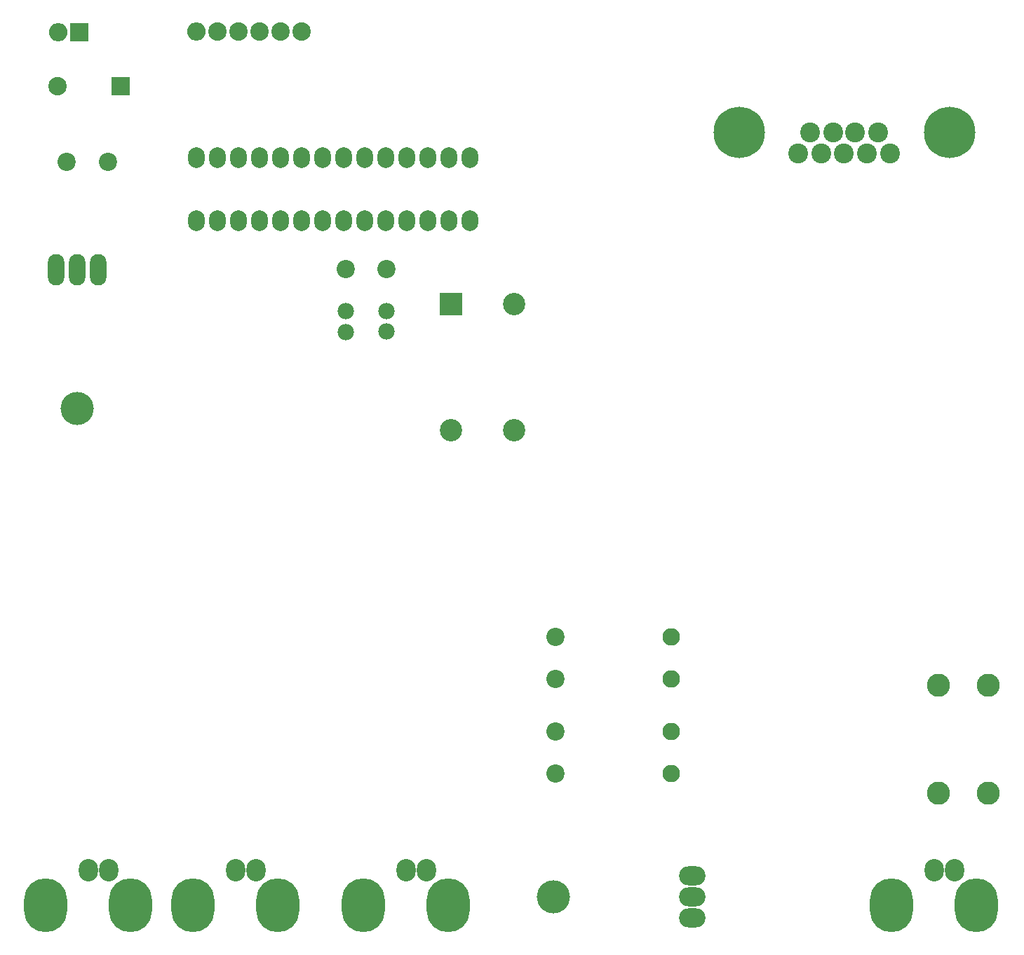
<source format=gbs>
G04 #@! TF.FileFunction,Soldermask,Bot*
%FSLAX46Y46*%
G04 Gerber Fmt 4.6, Leading zero omitted, Abs format (unit mm)*
G04 Created by KiCad (PCBNEW 4.0.2-stable) date 2021 June 23, Wednesday 03:44:45*
%MOMM*%
G01*
G04 APERTURE LIST*
%ADD10C,0.100000*%
%ADD11O,5.200000X6.500000*%
%ADD12O,2.300000X2.700000*%
%ADD13C,6.200000*%
%ADD14C,2.400000*%
%ADD15O,2.232000X2.232000*%
%ADD16C,2.232000*%
%ADD17R,2.232000X2.232000*%
%ADD18O,3.200000X2.300000*%
%ADD19C,3.999840*%
%ADD20C,2.200000*%
%ADD21C,2.105000*%
%ADD22R,2.699360X2.699360*%
%ADD23C,2.699360*%
%ADD24C,2.800000*%
%ADD25O,2.000000X3.800000*%
%ADD26C,1.978000*%
%ADD27O,2.000000X2.500000*%
G04 APERTURE END LIST*
D10*
D11*
X58183780Y-138455400D03*
X47985680Y-138455400D03*
D12*
X53086000Y-134190740D03*
X55585360Y-134190740D03*
D11*
X40403780Y-138455400D03*
X30205680Y-138455400D03*
D12*
X35306000Y-134190740D03*
X37805360Y-134190740D03*
D11*
X142511780Y-138455400D03*
X132313680Y-138455400D03*
D12*
X137414000Y-134190740D03*
X139913360Y-134190740D03*
D13*
X139319000Y-45085000D03*
X113919000Y-45085000D03*
D14*
X132080000Y-47625000D03*
X129286000Y-47625000D03*
X126492000Y-47625000D03*
X123825000Y-47625000D03*
X121031000Y-47625000D03*
X122428000Y-45085000D03*
X125222000Y-45085000D03*
X127889000Y-45085000D03*
X130683000Y-45085000D03*
D15*
X48387000Y-32893000D03*
D16*
X50927000Y-32893000D03*
X53467000Y-32893000D03*
X56007000Y-32893000D03*
X58547000Y-32893000D03*
X61087000Y-32893000D03*
D11*
X78757780Y-138455400D03*
X68559680Y-138455400D03*
D12*
X73660000Y-134190740D03*
X76159360Y-134190740D03*
D17*
X34246000Y-32949000D03*
D15*
X31706000Y-32949000D03*
D18*
X108204000Y-137414000D03*
X108204000Y-139954000D03*
X108204000Y-134874000D03*
D19*
X91440000Y-137414000D03*
D20*
X91694000Y-111125000D03*
X91694000Y-106045000D03*
X91694000Y-122555000D03*
X91694000Y-117475000D03*
D21*
X105664000Y-122555000D03*
X105664000Y-117475000D03*
X105664000Y-111125000D03*
X105664000Y-106045000D03*
D20*
X71274940Y-61595000D03*
X66393060Y-61595000D03*
D22*
X79121000Y-65786000D03*
D23*
X79121000Y-81026000D03*
X86741000Y-81026000D03*
X86741000Y-65786000D03*
D24*
X143969740Y-124863860D03*
X143969740Y-111864140D03*
X137970260Y-124863860D03*
X137970260Y-111864140D03*
D25*
X33992000Y-61651000D03*
X36532000Y-61651000D03*
X31452000Y-61651000D03*
D19*
X33992000Y-78415000D03*
D26*
X66377000Y-69144000D03*
X66377000Y-66644000D03*
X71330000Y-66604000D03*
X71330000Y-69104000D03*
D17*
X39199000Y-39426000D03*
D16*
X31579000Y-39426000D03*
D27*
X48387000Y-55753000D03*
X50927000Y-55753000D03*
X53467000Y-55753000D03*
X56007000Y-55753000D03*
X58547000Y-55753000D03*
X61087000Y-55753000D03*
X63627000Y-55753000D03*
X66167000Y-55753000D03*
X68707000Y-55753000D03*
X71247000Y-55753000D03*
X73787000Y-55753000D03*
X76327000Y-55753000D03*
X78867000Y-55753000D03*
X81407000Y-55753000D03*
X81407000Y-48133000D03*
X78867000Y-48133000D03*
X76327000Y-48133000D03*
X73787000Y-48133000D03*
X71247000Y-48133000D03*
X68707000Y-48133000D03*
X66167000Y-48133000D03*
X63627000Y-48133000D03*
X61087000Y-48133000D03*
X58547000Y-48133000D03*
X56007000Y-48133000D03*
X53467000Y-48133000D03*
X50927000Y-48133000D03*
X48387000Y-48133000D03*
D20*
X37675000Y-48570000D03*
X32675000Y-48570000D03*
M02*

</source>
